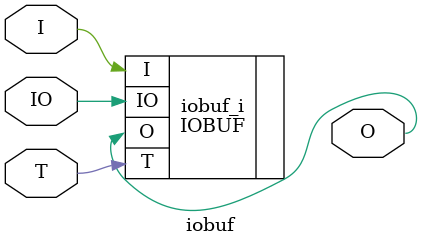
<source format=v>
`timescale 1ns / 1ps


module iobuf(
    input T,
    input I,
    inout IO,
    output O
    );
    IOBUF iobuf_i(
        .T(T),
        .I(I),
        .IO(IO),
        .O(O)
    );
endmodule

</source>
